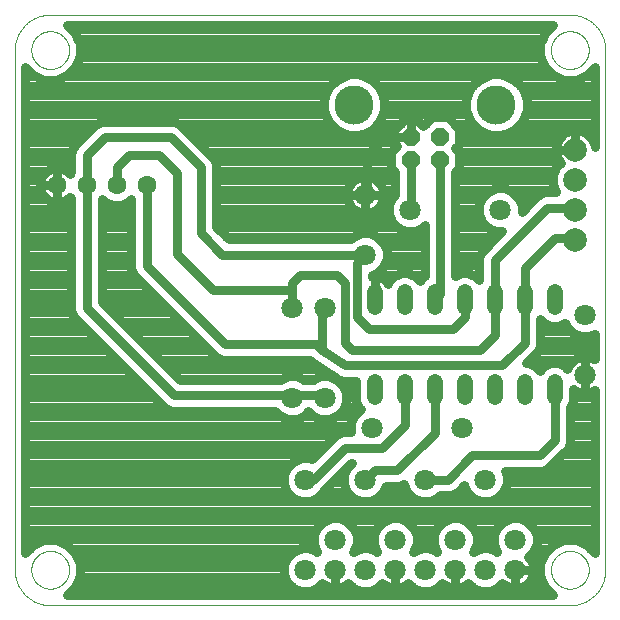
<source format=gbl>
G75*
%MOIN*%
%OFA0B0*%
%FSLAX25Y25*%
%IPPOS*%
%LPD*%
%AMOC8*
5,1,8,0,0,1.08239X$1,22.5*
%
%ADD10C,0.00000*%
%ADD11C,0.07087*%
%ADD12C,0.05200*%
%ADD13OC8,0.05740*%
%ADD14C,0.13055*%
%ADD15C,0.07874*%
%ADD16C,0.06299*%
%ADD17C,0.03150*%
D10*
X0027368Y0017535D02*
X0027368Y0190764D01*
X0032880Y0190764D02*
X0032882Y0190922D01*
X0032888Y0191080D01*
X0032898Y0191238D01*
X0032912Y0191396D01*
X0032930Y0191553D01*
X0032951Y0191710D01*
X0032977Y0191866D01*
X0033007Y0192022D01*
X0033040Y0192177D01*
X0033078Y0192330D01*
X0033119Y0192483D01*
X0033164Y0192635D01*
X0033213Y0192786D01*
X0033266Y0192935D01*
X0033322Y0193083D01*
X0033382Y0193229D01*
X0033446Y0193374D01*
X0033514Y0193517D01*
X0033585Y0193659D01*
X0033659Y0193799D01*
X0033737Y0193936D01*
X0033819Y0194072D01*
X0033903Y0194206D01*
X0033992Y0194337D01*
X0034083Y0194466D01*
X0034178Y0194593D01*
X0034275Y0194718D01*
X0034376Y0194840D01*
X0034480Y0194959D01*
X0034587Y0195076D01*
X0034697Y0195190D01*
X0034810Y0195301D01*
X0034925Y0195410D01*
X0035043Y0195515D01*
X0035164Y0195617D01*
X0035287Y0195717D01*
X0035413Y0195813D01*
X0035541Y0195906D01*
X0035671Y0195996D01*
X0035804Y0196082D01*
X0035939Y0196166D01*
X0036075Y0196245D01*
X0036214Y0196322D01*
X0036355Y0196394D01*
X0036497Y0196464D01*
X0036641Y0196529D01*
X0036787Y0196591D01*
X0036934Y0196649D01*
X0037083Y0196704D01*
X0037233Y0196755D01*
X0037384Y0196802D01*
X0037536Y0196845D01*
X0037689Y0196884D01*
X0037844Y0196920D01*
X0037999Y0196951D01*
X0038155Y0196979D01*
X0038311Y0197003D01*
X0038468Y0197023D01*
X0038626Y0197039D01*
X0038783Y0197051D01*
X0038942Y0197059D01*
X0039100Y0197063D01*
X0039258Y0197063D01*
X0039416Y0197059D01*
X0039575Y0197051D01*
X0039732Y0197039D01*
X0039890Y0197023D01*
X0040047Y0197003D01*
X0040203Y0196979D01*
X0040359Y0196951D01*
X0040514Y0196920D01*
X0040669Y0196884D01*
X0040822Y0196845D01*
X0040974Y0196802D01*
X0041125Y0196755D01*
X0041275Y0196704D01*
X0041424Y0196649D01*
X0041571Y0196591D01*
X0041717Y0196529D01*
X0041861Y0196464D01*
X0042003Y0196394D01*
X0042144Y0196322D01*
X0042283Y0196245D01*
X0042419Y0196166D01*
X0042554Y0196082D01*
X0042687Y0195996D01*
X0042817Y0195906D01*
X0042945Y0195813D01*
X0043071Y0195717D01*
X0043194Y0195617D01*
X0043315Y0195515D01*
X0043433Y0195410D01*
X0043548Y0195301D01*
X0043661Y0195190D01*
X0043771Y0195076D01*
X0043878Y0194959D01*
X0043982Y0194840D01*
X0044083Y0194718D01*
X0044180Y0194593D01*
X0044275Y0194466D01*
X0044366Y0194337D01*
X0044455Y0194206D01*
X0044539Y0194072D01*
X0044621Y0193936D01*
X0044699Y0193799D01*
X0044773Y0193659D01*
X0044844Y0193517D01*
X0044912Y0193374D01*
X0044976Y0193229D01*
X0045036Y0193083D01*
X0045092Y0192935D01*
X0045145Y0192786D01*
X0045194Y0192635D01*
X0045239Y0192483D01*
X0045280Y0192330D01*
X0045318Y0192177D01*
X0045351Y0192022D01*
X0045381Y0191866D01*
X0045407Y0191710D01*
X0045428Y0191553D01*
X0045446Y0191396D01*
X0045460Y0191238D01*
X0045470Y0191080D01*
X0045476Y0190922D01*
X0045478Y0190764D01*
X0045476Y0190606D01*
X0045470Y0190448D01*
X0045460Y0190290D01*
X0045446Y0190132D01*
X0045428Y0189975D01*
X0045407Y0189818D01*
X0045381Y0189662D01*
X0045351Y0189506D01*
X0045318Y0189351D01*
X0045280Y0189198D01*
X0045239Y0189045D01*
X0045194Y0188893D01*
X0045145Y0188742D01*
X0045092Y0188593D01*
X0045036Y0188445D01*
X0044976Y0188299D01*
X0044912Y0188154D01*
X0044844Y0188011D01*
X0044773Y0187869D01*
X0044699Y0187729D01*
X0044621Y0187592D01*
X0044539Y0187456D01*
X0044455Y0187322D01*
X0044366Y0187191D01*
X0044275Y0187062D01*
X0044180Y0186935D01*
X0044083Y0186810D01*
X0043982Y0186688D01*
X0043878Y0186569D01*
X0043771Y0186452D01*
X0043661Y0186338D01*
X0043548Y0186227D01*
X0043433Y0186118D01*
X0043315Y0186013D01*
X0043194Y0185911D01*
X0043071Y0185811D01*
X0042945Y0185715D01*
X0042817Y0185622D01*
X0042687Y0185532D01*
X0042554Y0185446D01*
X0042419Y0185362D01*
X0042283Y0185283D01*
X0042144Y0185206D01*
X0042003Y0185134D01*
X0041861Y0185064D01*
X0041717Y0184999D01*
X0041571Y0184937D01*
X0041424Y0184879D01*
X0041275Y0184824D01*
X0041125Y0184773D01*
X0040974Y0184726D01*
X0040822Y0184683D01*
X0040669Y0184644D01*
X0040514Y0184608D01*
X0040359Y0184577D01*
X0040203Y0184549D01*
X0040047Y0184525D01*
X0039890Y0184505D01*
X0039732Y0184489D01*
X0039575Y0184477D01*
X0039416Y0184469D01*
X0039258Y0184465D01*
X0039100Y0184465D01*
X0038942Y0184469D01*
X0038783Y0184477D01*
X0038626Y0184489D01*
X0038468Y0184505D01*
X0038311Y0184525D01*
X0038155Y0184549D01*
X0037999Y0184577D01*
X0037844Y0184608D01*
X0037689Y0184644D01*
X0037536Y0184683D01*
X0037384Y0184726D01*
X0037233Y0184773D01*
X0037083Y0184824D01*
X0036934Y0184879D01*
X0036787Y0184937D01*
X0036641Y0184999D01*
X0036497Y0185064D01*
X0036355Y0185134D01*
X0036214Y0185206D01*
X0036075Y0185283D01*
X0035939Y0185362D01*
X0035804Y0185446D01*
X0035671Y0185532D01*
X0035541Y0185622D01*
X0035413Y0185715D01*
X0035287Y0185811D01*
X0035164Y0185911D01*
X0035043Y0186013D01*
X0034925Y0186118D01*
X0034810Y0186227D01*
X0034697Y0186338D01*
X0034587Y0186452D01*
X0034480Y0186569D01*
X0034376Y0186688D01*
X0034275Y0186810D01*
X0034178Y0186935D01*
X0034083Y0187062D01*
X0033992Y0187191D01*
X0033903Y0187322D01*
X0033819Y0187456D01*
X0033737Y0187592D01*
X0033659Y0187729D01*
X0033585Y0187869D01*
X0033514Y0188011D01*
X0033446Y0188154D01*
X0033382Y0188299D01*
X0033322Y0188445D01*
X0033266Y0188593D01*
X0033213Y0188742D01*
X0033164Y0188893D01*
X0033119Y0189045D01*
X0033078Y0189198D01*
X0033040Y0189351D01*
X0033007Y0189506D01*
X0032977Y0189662D01*
X0032951Y0189818D01*
X0032930Y0189975D01*
X0032912Y0190132D01*
X0032898Y0190290D01*
X0032888Y0190448D01*
X0032882Y0190606D01*
X0032880Y0190764D01*
X0027368Y0190764D02*
X0027371Y0191049D01*
X0027382Y0191335D01*
X0027399Y0191620D01*
X0027423Y0191904D01*
X0027454Y0192188D01*
X0027492Y0192471D01*
X0027537Y0192752D01*
X0027588Y0193033D01*
X0027646Y0193313D01*
X0027711Y0193591D01*
X0027783Y0193867D01*
X0027861Y0194141D01*
X0027946Y0194414D01*
X0028038Y0194684D01*
X0028136Y0194952D01*
X0028240Y0195218D01*
X0028351Y0195481D01*
X0028468Y0195741D01*
X0028591Y0195999D01*
X0028721Y0196253D01*
X0028857Y0196504D01*
X0028998Y0196752D01*
X0029146Y0196996D01*
X0029299Y0197237D01*
X0029459Y0197473D01*
X0029624Y0197706D01*
X0029794Y0197935D01*
X0029970Y0198160D01*
X0030152Y0198380D01*
X0030338Y0198596D01*
X0030530Y0198807D01*
X0030727Y0199014D01*
X0030929Y0199216D01*
X0031136Y0199413D01*
X0031347Y0199605D01*
X0031563Y0199791D01*
X0031783Y0199973D01*
X0032008Y0200149D01*
X0032237Y0200319D01*
X0032470Y0200484D01*
X0032706Y0200644D01*
X0032947Y0200797D01*
X0033191Y0200945D01*
X0033439Y0201086D01*
X0033690Y0201222D01*
X0033944Y0201352D01*
X0034202Y0201475D01*
X0034462Y0201592D01*
X0034725Y0201703D01*
X0034991Y0201807D01*
X0035259Y0201905D01*
X0035529Y0201997D01*
X0035802Y0202082D01*
X0036076Y0202160D01*
X0036352Y0202232D01*
X0036630Y0202297D01*
X0036910Y0202355D01*
X0037191Y0202406D01*
X0037472Y0202451D01*
X0037755Y0202489D01*
X0038039Y0202520D01*
X0038323Y0202544D01*
X0038608Y0202561D01*
X0038894Y0202572D01*
X0039179Y0202575D01*
X0212407Y0202575D01*
X0206108Y0190764D02*
X0206110Y0190922D01*
X0206116Y0191080D01*
X0206126Y0191238D01*
X0206140Y0191396D01*
X0206158Y0191553D01*
X0206179Y0191710D01*
X0206205Y0191866D01*
X0206235Y0192022D01*
X0206268Y0192177D01*
X0206306Y0192330D01*
X0206347Y0192483D01*
X0206392Y0192635D01*
X0206441Y0192786D01*
X0206494Y0192935D01*
X0206550Y0193083D01*
X0206610Y0193229D01*
X0206674Y0193374D01*
X0206742Y0193517D01*
X0206813Y0193659D01*
X0206887Y0193799D01*
X0206965Y0193936D01*
X0207047Y0194072D01*
X0207131Y0194206D01*
X0207220Y0194337D01*
X0207311Y0194466D01*
X0207406Y0194593D01*
X0207503Y0194718D01*
X0207604Y0194840D01*
X0207708Y0194959D01*
X0207815Y0195076D01*
X0207925Y0195190D01*
X0208038Y0195301D01*
X0208153Y0195410D01*
X0208271Y0195515D01*
X0208392Y0195617D01*
X0208515Y0195717D01*
X0208641Y0195813D01*
X0208769Y0195906D01*
X0208899Y0195996D01*
X0209032Y0196082D01*
X0209167Y0196166D01*
X0209303Y0196245D01*
X0209442Y0196322D01*
X0209583Y0196394D01*
X0209725Y0196464D01*
X0209869Y0196529D01*
X0210015Y0196591D01*
X0210162Y0196649D01*
X0210311Y0196704D01*
X0210461Y0196755D01*
X0210612Y0196802D01*
X0210764Y0196845D01*
X0210917Y0196884D01*
X0211072Y0196920D01*
X0211227Y0196951D01*
X0211383Y0196979D01*
X0211539Y0197003D01*
X0211696Y0197023D01*
X0211854Y0197039D01*
X0212011Y0197051D01*
X0212170Y0197059D01*
X0212328Y0197063D01*
X0212486Y0197063D01*
X0212644Y0197059D01*
X0212803Y0197051D01*
X0212960Y0197039D01*
X0213118Y0197023D01*
X0213275Y0197003D01*
X0213431Y0196979D01*
X0213587Y0196951D01*
X0213742Y0196920D01*
X0213897Y0196884D01*
X0214050Y0196845D01*
X0214202Y0196802D01*
X0214353Y0196755D01*
X0214503Y0196704D01*
X0214652Y0196649D01*
X0214799Y0196591D01*
X0214945Y0196529D01*
X0215089Y0196464D01*
X0215231Y0196394D01*
X0215372Y0196322D01*
X0215511Y0196245D01*
X0215647Y0196166D01*
X0215782Y0196082D01*
X0215915Y0195996D01*
X0216045Y0195906D01*
X0216173Y0195813D01*
X0216299Y0195717D01*
X0216422Y0195617D01*
X0216543Y0195515D01*
X0216661Y0195410D01*
X0216776Y0195301D01*
X0216889Y0195190D01*
X0216999Y0195076D01*
X0217106Y0194959D01*
X0217210Y0194840D01*
X0217311Y0194718D01*
X0217408Y0194593D01*
X0217503Y0194466D01*
X0217594Y0194337D01*
X0217683Y0194206D01*
X0217767Y0194072D01*
X0217849Y0193936D01*
X0217927Y0193799D01*
X0218001Y0193659D01*
X0218072Y0193517D01*
X0218140Y0193374D01*
X0218204Y0193229D01*
X0218264Y0193083D01*
X0218320Y0192935D01*
X0218373Y0192786D01*
X0218422Y0192635D01*
X0218467Y0192483D01*
X0218508Y0192330D01*
X0218546Y0192177D01*
X0218579Y0192022D01*
X0218609Y0191866D01*
X0218635Y0191710D01*
X0218656Y0191553D01*
X0218674Y0191396D01*
X0218688Y0191238D01*
X0218698Y0191080D01*
X0218704Y0190922D01*
X0218706Y0190764D01*
X0218704Y0190606D01*
X0218698Y0190448D01*
X0218688Y0190290D01*
X0218674Y0190132D01*
X0218656Y0189975D01*
X0218635Y0189818D01*
X0218609Y0189662D01*
X0218579Y0189506D01*
X0218546Y0189351D01*
X0218508Y0189198D01*
X0218467Y0189045D01*
X0218422Y0188893D01*
X0218373Y0188742D01*
X0218320Y0188593D01*
X0218264Y0188445D01*
X0218204Y0188299D01*
X0218140Y0188154D01*
X0218072Y0188011D01*
X0218001Y0187869D01*
X0217927Y0187729D01*
X0217849Y0187592D01*
X0217767Y0187456D01*
X0217683Y0187322D01*
X0217594Y0187191D01*
X0217503Y0187062D01*
X0217408Y0186935D01*
X0217311Y0186810D01*
X0217210Y0186688D01*
X0217106Y0186569D01*
X0216999Y0186452D01*
X0216889Y0186338D01*
X0216776Y0186227D01*
X0216661Y0186118D01*
X0216543Y0186013D01*
X0216422Y0185911D01*
X0216299Y0185811D01*
X0216173Y0185715D01*
X0216045Y0185622D01*
X0215915Y0185532D01*
X0215782Y0185446D01*
X0215647Y0185362D01*
X0215511Y0185283D01*
X0215372Y0185206D01*
X0215231Y0185134D01*
X0215089Y0185064D01*
X0214945Y0184999D01*
X0214799Y0184937D01*
X0214652Y0184879D01*
X0214503Y0184824D01*
X0214353Y0184773D01*
X0214202Y0184726D01*
X0214050Y0184683D01*
X0213897Y0184644D01*
X0213742Y0184608D01*
X0213587Y0184577D01*
X0213431Y0184549D01*
X0213275Y0184525D01*
X0213118Y0184505D01*
X0212960Y0184489D01*
X0212803Y0184477D01*
X0212644Y0184469D01*
X0212486Y0184465D01*
X0212328Y0184465D01*
X0212170Y0184469D01*
X0212011Y0184477D01*
X0211854Y0184489D01*
X0211696Y0184505D01*
X0211539Y0184525D01*
X0211383Y0184549D01*
X0211227Y0184577D01*
X0211072Y0184608D01*
X0210917Y0184644D01*
X0210764Y0184683D01*
X0210612Y0184726D01*
X0210461Y0184773D01*
X0210311Y0184824D01*
X0210162Y0184879D01*
X0210015Y0184937D01*
X0209869Y0184999D01*
X0209725Y0185064D01*
X0209583Y0185134D01*
X0209442Y0185206D01*
X0209303Y0185283D01*
X0209167Y0185362D01*
X0209032Y0185446D01*
X0208899Y0185532D01*
X0208769Y0185622D01*
X0208641Y0185715D01*
X0208515Y0185811D01*
X0208392Y0185911D01*
X0208271Y0186013D01*
X0208153Y0186118D01*
X0208038Y0186227D01*
X0207925Y0186338D01*
X0207815Y0186452D01*
X0207708Y0186569D01*
X0207604Y0186688D01*
X0207503Y0186810D01*
X0207406Y0186935D01*
X0207311Y0187062D01*
X0207220Y0187191D01*
X0207131Y0187322D01*
X0207047Y0187456D01*
X0206965Y0187592D01*
X0206887Y0187729D01*
X0206813Y0187869D01*
X0206742Y0188011D01*
X0206674Y0188154D01*
X0206610Y0188299D01*
X0206550Y0188445D01*
X0206494Y0188593D01*
X0206441Y0188742D01*
X0206392Y0188893D01*
X0206347Y0189045D01*
X0206306Y0189198D01*
X0206268Y0189351D01*
X0206235Y0189506D01*
X0206205Y0189662D01*
X0206179Y0189818D01*
X0206158Y0189975D01*
X0206140Y0190132D01*
X0206126Y0190290D01*
X0206116Y0190448D01*
X0206110Y0190606D01*
X0206108Y0190764D01*
X0212407Y0202575D02*
X0212692Y0202572D01*
X0212978Y0202561D01*
X0213263Y0202544D01*
X0213547Y0202520D01*
X0213831Y0202489D01*
X0214114Y0202451D01*
X0214395Y0202406D01*
X0214676Y0202355D01*
X0214956Y0202297D01*
X0215234Y0202232D01*
X0215510Y0202160D01*
X0215784Y0202082D01*
X0216057Y0201997D01*
X0216327Y0201905D01*
X0216595Y0201807D01*
X0216861Y0201703D01*
X0217124Y0201592D01*
X0217384Y0201475D01*
X0217642Y0201352D01*
X0217896Y0201222D01*
X0218147Y0201086D01*
X0218395Y0200945D01*
X0218639Y0200797D01*
X0218880Y0200644D01*
X0219116Y0200484D01*
X0219349Y0200319D01*
X0219578Y0200149D01*
X0219803Y0199973D01*
X0220023Y0199791D01*
X0220239Y0199605D01*
X0220450Y0199413D01*
X0220657Y0199216D01*
X0220859Y0199014D01*
X0221056Y0198807D01*
X0221248Y0198596D01*
X0221434Y0198380D01*
X0221616Y0198160D01*
X0221792Y0197935D01*
X0221962Y0197706D01*
X0222127Y0197473D01*
X0222287Y0197237D01*
X0222440Y0196996D01*
X0222588Y0196752D01*
X0222729Y0196504D01*
X0222865Y0196253D01*
X0222995Y0195999D01*
X0223118Y0195741D01*
X0223235Y0195481D01*
X0223346Y0195218D01*
X0223450Y0194952D01*
X0223548Y0194684D01*
X0223640Y0194414D01*
X0223725Y0194141D01*
X0223803Y0193867D01*
X0223875Y0193591D01*
X0223940Y0193313D01*
X0223998Y0193033D01*
X0224049Y0192752D01*
X0224094Y0192471D01*
X0224132Y0192188D01*
X0224163Y0191904D01*
X0224187Y0191620D01*
X0224204Y0191335D01*
X0224215Y0191049D01*
X0224218Y0190764D01*
X0224219Y0190764D02*
X0224219Y0017535D01*
X0206108Y0017535D02*
X0206110Y0017693D01*
X0206116Y0017851D01*
X0206126Y0018009D01*
X0206140Y0018167D01*
X0206158Y0018324D01*
X0206179Y0018481D01*
X0206205Y0018637D01*
X0206235Y0018793D01*
X0206268Y0018948D01*
X0206306Y0019101D01*
X0206347Y0019254D01*
X0206392Y0019406D01*
X0206441Y0019557D01*
X0206494Y0019706D01*
X0206550Y0019854D01*
X0206610Y0020000D01*
X0206674Y0020145D01*
X0206742Y0020288D01*
X0206813Y0020430D01*
X0206887Y0020570D01*
X0206965Y0020707D01*
X0207047Y0020843D01*
X0207131Y0020977D01*
X0207220Y0021108D01*
X0207311Y0021237D01*
X0207406Y0021364D01*
X0207503Y0021489D01*
X0207604Y0021611D01*
X0207708Y0021730D01*
X0207815Y0021847D01*
X0207925Y0021961D01*
X0208038Y0022072D01*
X0208153Y0022181D01*
X0208271Y0022286D01*
X0208392Y0022388D01*
X0208515Y0022488D01*
X0208641Y0022584D01*
X0208769Y0022677D01*
X0208899Y0022767D01*
X0209032Y0022853D01*
X0209167Y0022937D01*
X0209303Y0023016D01*
X0209442Y0023093D01*
X0209583Y0023165D01*
X0209725Y0023235D01*
X0209869Y0023300D01*
X0210015Y0023362D01*
X0210162Y0023420D01*
X0210311Y0023475D01*
X0210461Y0023526D01*
X0210612Y0023573D01*
X0210764Y0023616D01*
X0210917Y0023655D01*
X0211072Y0023691D01*
X0211227Y0023722D01*
X0211383Y0023750D01*
X0211539Y0023774D01*
X0211696Y0023794D01*
X0211854Y0023810D01*
X0212011Y0023822D01*
X0212170Y0023830D01*
X0212328Y0023834D01*
X0212486Y0023834D01*
X0212644Y0023830D01*
X0212803Y0023822D01*
X0212960Y0023810D01*
X0213118Y0023794D01*
X0213275Y0023774D01*
X0213431Y0023750D01*
X0213587Y0023722D01*
X0213742Y0023691D01*
X0213897Y0023655D01*
X0214050Y0023616D01*
X0214202Y0023573D01*
X0214353Y0023526D01*
X0214503Y0023475D01*
X0214652Y0023420D01*
X0214799Y0023362D01*
X0214945Y0023300D01*
X0215089Y0023235D01*
X0215231Y0023165D01*
X0215372Y0023093D01*
X0215511Y0023016D01*
X0215647Y0022937D01*
X0215782Y0022853D01*
X0215915Y0022767D01*
X0216045Y0022677D01*
X0216173Y0022584D01*
X0216299Y0022488D01*
X0216422Y0022388D01*
X0216543Y0022286D01*
X0216661Y0022181D01*
X0216776Y0022072D01*
X0216889Y0021961D01*
X0216999Y0021847D01*
X0217106Y0021730D01*
X0217210Y0021611D01*
X0217311Y0021489D01*
X0217408Y0021364D01*
X0217503Y0021237D01*
X0217594Y0021108D01*
X0217683Y0020977D01*
X0217767Y0020843D01*
X0217849Y0020707D01*
X0217927Y0020570D01*
X0218001Y0020430D01*
X0218072Y0020288D01*
X0218140Y0020145D01*
X0218204Y0020000D01*
X0218264Y0019854D01*
X0218320Y0019706D01*
X0218373Y0019557D01*
X0218422Y0019406D01*
X0218467Y0019254D01*
X0218508Y0019101D01*
X0218546Y0018948D01*
X0218579Y0018793D01*
X0218609Y0018637D01*
X0218635Y0018481D01*
X0218656Y0018324D01*
X0218674Y0018167D01*
X0218688Y0018009D01*
X0218698Y0017851D01*
X0218704Y0017693D01*
X0218706Y0017535D01*
X0218704Y0017377D01*
X0218698Y0017219D01*
X0218688Y0017061D01*
X0218674Y0016903D01*
X0218656Y0016746D01*
X0218635Y0016589D01*
X0218609Y0016433D01*
X0218579Y0016277D01*
X0218546Y0016122D01*
X0218508Y0015969D01*
X0218467Y0015816D01*
X0218422Y0015664D01*
X0218373Y0015513D01*
X0218320Y0015364D01*
X0218264Y0015216D01*
X0218204Y0015070D01*
X0218140Y0014925D01*
X0218072Y0014782D01*
X0218001Y0014640D01*
X0217927Y0014500D01*
X0217849Y0014363D01*
X0217767Y0014227D01*
X0217683Y0014093D01*
X0217594Y0013962D01*
X0217503Y0013833D01*
X0217408Y0013706D01*
X0217311Y0013581D01*
X0217210Y0013459D01*
X0217106Y0013340D01*
X0216999Y0013223D01*
X0216889Y0013109D01*
X0216776Y0012998D01*
X0216661Y0012889D01*
X0216543Y0012784D01*
X0216422Y0012682D01*
X0216299Y0012582D01*
X0216173Y0012486D01*
X0216045Y0012393D01*
X0215915Y0012303D01*
X0215782Y0012217D01*
X0215647Y0012133D01*
X0215511Y0012054D01*
X0215372Y0011977D01*
X0215231Y0011905D01*
X0215089Y0011835D01*
X0214945Y0011770D01*
X0214799Y0011708D01*
X0214652Y0011650D01*
X0214503Y0011595D01*
X0214353Y0011544D01*
X0214202Y0011497D01*
X0214050Y0011454D01*
X0213897Y0011415D01*
X0213742Y0011379D01*
X0213587Y0011348D01*
X0213431Y0011320D01*
X0213275Y0011296D01*
X0213118Y0011276D01*
X0212960Y0011260D01*
X0212803Y0011248D01*
X0212644Y0011240D01*
X0212486Y0011236D01*
X0212328Y0011236D01*
X0212170Y0011240D01*
X0212011Y0011248D01*
X0211854Y0011260D01*
X0211696Y0011276D01*
X0211539Y0011296D01*
X0211383Y0011320D01*
X0211227Y0011348D01*
X0211072Y0011379D01*
X0210917Y0011415D01*
X0210764Y0011454D01*
X0210612Y0011497D01*
X0210461Y0011544D01*
X0210311Y0011595D01*
X0210162Y0011650D01*
X0210015Y0011708D01*
X0209869Y0011770D01*
X0209725Y0011835D01*
X0209583Y0011905D01*
X0209442Y0011977D01*
X0209303Y0012054D01*
X0209167Y0012133D01*
X0209032Y0012217D01*
X0208899Y0012303D01*
X0208769Y0012393D01*
X0208641Y0012486D01*
X0208515Y0012582D01*
X0208392Y0012682D01*
X0208271Y0012784D01*
X0208153Y0012889D01*
X0208038Y0012998D01*
X0207925Y0013109D01*
X0207815Y0013223D01*
X0207708Y0013340D01*
X0207604Y0013459D01*
X0207503Y0013581D01*
X0207406Y0013706D01*
X0207311Y0013833D01*
X0207220Y0013962D01*
X0207131Y0014093D01*
X0207047Y0014227D01*
X0206965Y0014363D01*
X0206887Y0014500D01*
X0206813Y0014640D01*
X0206742Y0014782D01*
X0206674Y0014925D01*
X0206610Y0015070D01*
X0206550Y0015216D01*
X0206494Y0015364D01*
X0206441Y0015513D01*
X0206392Y0015664D01*
X0206347Y0015816D01*
X0206306Y0015969D01*
X0206268Y0016122D01*
X0206235Y0016277D01*
X0206205Y0016433D01*
X0206179Y0016589D01*
X0206158Y0016746D01*
X0206140Y0016903D01*
X0206126Y0017061D01*
X0206116Y0017219D01*
X0206110Y0017377D01*
X0206108Y0017535D01*
X0212407Y0005724D02*
X0212692Y0005727D01*
X0212978Y0005738D01*
X0213263Y0005755D01*
X0213547Y0005779D01*
X0213831Y0005810D01*
X0214114Y0005848D01*
X0214395Y0005893D01*
X0214676Y0005944D01*
X0214956Y0006002D01*
X0215234Y0006067D01*
X0215510Y0006139D01*
X0215784Y0006217D01*
X0216057Y0006302D01*
X0216327Y0006394D01*
X0216595Y0006492D01*
X0216861Y0006596D01*
X0217124Y0006707D01*
X0217384Y0006824D01*
X0217642Y0006947D01*
X0217896Y0007077D01*
X0218147Y0007213D01*
X0218395Y0007354D01*
X0218639Y0007502D01*
X0218880Y0007655D01*
X0219116Y0007815D01*
X0219349Y0007980D01*
X0219578Y0008150D01*
X0219803Y0008326D01*
X0220023Y0008508D01*
X0220239Y0008694D01*
X0220450Y0008886D01*
X0220657Y0009083D01*
X0220859Y0009285D01*
X0221056Y0009492D01*
X0221248Y0009703D01*
X0221434Y0009919D01*
X0221616Y0010139D01*
X0221792Y0010364D01*
X0221962Y0010593D01*
X0222127Y0010826D01*
X0222287Y0011062D01*
X0222440Y0011303D01*
X0222588Y0011547D01*
X0222729Y0011795D01*
X0222865Y0012046D01*
X0222995Y0012300D01*
X0223118Y0012558D01*
X0223235Y0012818D01*
X0223346Y0013081D01*
X0223450Y0013347D01*
X0223548Y0013615D01*
X0223640Y0013885D01*
X0223725Y0014158D01*
X0223803Y0014432D01*
X0223875Y0014708D01*
X0223940Y0014986D01*
X0223998Y0015266D01*
X0224049Y0015547D01*
X0224094Y0015828D01*
X0224132Y0016111D01*
X0224163Y0016395D01*
X0224187Y0016679D01*
X0224204Y0016964D01*
X0224215Y0017250D01*
X0224218Y0017535D01*
X0212407Y0005724D02*
X0039179Y0005724D01*
X0032880Y0017535D02*
X0032882Y0017693D01*
X0032888Y0017851D01*
X0032898Y0018009D01*
X0032912Y0018167D01*
X0032930Y0018324D01*
X0032951Y0018481D01*
X0032977Y0018637D01*
X0033007Y0018793D01*
X0033040Y0018948D01*
X0033078Y0019101D01*
X0033119Y0019254D01*
X0033164Y0019406D01*
X0033213Y0019557D01*
X0033266Y0019706D01*
X0033322Y0019854D01*
X0033382Y0020000D01*
X0033446Y0020145D01*
X0033514Y0020288D01*
X0033585Y0020430D01*
X0033659Y0020570D01*
X0033737Y0020707D01*
X0033819Y0020843D01*
X0033903Y0020977D01*
X0033992Y0021108D01*
X0034083Y0021237D01*
X0034178Y0021364D01*
X0034275Y0021489D01*
X0034376Y0021611D01*
X0034480Y0021730D01*
X0034587Y0021847D01*
X0034697Y0021961D01*
X0034810Y0022072D01*
X0034925Y0022181D01*
X0035043Y0022286D01*
X0035164Y0022388D01*
X0035287Y0022488D01*
X0035413Y0022584D01*
X0035541Y0022677D01*
X0035671Y0022767D01*
X0035804Y0022853D01*
X0035939Y0022937D01*
X0036075Y0023016D01*
X0036214Y0023093D01*
X0036355Y0023165D01*
X0036497Y0023235D01*
X0036641Y0023300D01*
X0036787Y0023362D01*
X0036934Y0023420D01*
X0037083Y0023475D01*
X0037233Y0023526D01*
X0037384Y0023573D01*
X0037536Y0023616D01*
X0037689Y0023655D01*
X0037844Y0023691D01*
X0037999Y0023722D01*
X0038155Y0023750D01*
X0038311Y0023774D01*
X0038468Y0023794D01*
X0038626Y0023810D01*
X0038783Y0023822D01*
X0038942Y0023830D01*
X0039100Y0023834D01*
X0039258Y0023834D01*
X0039416Y0023830D01*
X0039575Y0023822D01*
X0039732Y0023810D01*
X0039890Y0023794D01*
X0040047Y0023774D01*
X0040203Y0023750D01*
X0040359Y0023722D01*
X0040514Y0023691D01*
X0040669Y0023655D01*
X0040822Y0023616D01*
X0040974Y0023573D01*
X0041125Y0023526D01*
X0041275Y0023475D01*
X0041424Y0023420D01*
X0041571Y0023362D01*
X0041717Y0023300D01*
X0041861Y0023235D01*
X0042003Y0023165D01*
X0042144Y0023093D01*
X0042283Y0023016D01*
X0042419Y0022937D01*
X0042554Y0022853D01*
X0042687Y0022767D01*
X0042817Y0022677D01*
X0042945Y0022584D01*
X0043071Y0022488D01*
X0043194Y0022388D01*
X0043315Y0022286D01*
X0043433Y0022181D01*
X0043548Y0022072D01*
X0043661Y0021961D01*
X0043771Y0021847D01*
X0043878Y0021730D01*
X0043982Y0021611D01*
X0044083Y0021489D01*
X0044180Y0021364D01*
X0044275Y0021237D01*
X0044366Y0021108D01*
X0044455Y0020977D01*
X0044539Y0020843D01*
X0044621Y0020707D01*
X0044699Y0020570D01*
X0044773Y0020430D01*
X0044844Y0020288D01*
X0044912Y0020145D01*
X0044976Y0020000D01*
X0045036Y0019854D01*
X0045092Y0019706D01*
X0045145Y0019557D01*
X0045194Y0019406D01*
X0045239Y0019254D01*
X0045280Y0019101D01*
X0045318Y0018948D01*
X0045351Y0018793D01*
X0045381Y0018637D01*
X0045407Y0018481D01*
X0045428Y0018324D01*
X0045446Y0018167D01*
X0045460Y0018009D01*
X0045470Y0017851D01*
X0045476Y0017693D01*
X0045478Y0017535D01*
X0045476Y0017377D01*
X0045470Y0017219D01*
X0045460Y0017061D01*
X0045446Y0016903D01*
X0045428Y0016746D01*
X0045407Y0016589D01*
X0045381Y0016433D01*
X0045351Y0016277D01*
X0045318Y0016122D01*
X0045280Y0015969D01*
X0045239Y0015816D01*
X0045194Y0015664D01*
X0045145Y0015513D01*
X0045092Y0015364D01*
X0045036Y0015216D01*
X0044976Y0015070D01*
X0044912Y0014925D01*
X0044844Y0014782D01*
X0044773Y0014640D01*
X0044699Y0014500D01*
X0044621Y0014363D01*
X0044539Y0014227D01*
X0044455Y0014093D01*
X0044366Y0013962D01*
X0044275Y0013833D01*
X0044180Y0013706D01*
X0044083Y0013581D01*
X0043982Y0013459D01*
X0043878Y0013340D01*
X0043771Y0013223D01*
X0043661Y0013109D01*
X0043548Y0012998D01*
X0043433Y0012889D01*
X0043315Y0012784D01*
X0043194Y0012682D01*
X0043071Y0012582D01*
X0042945Y0012486D01*
X0042817Y0012393D01*
X0042687Y0012303D01*
X0042554Y0012217D01*
X0042419Y0012133D01*
X0042283Y0012054D01*
X0042144Y0011977D01*
X0042003Y0011905D01*
X0041861Y0011835D01*
X0041717Y0011770D01*
X0041571Y0011708D01*
X0041424Y0011650D01*
X0041275Y0011595D01*
X0041125Y0011544D01*
X0040974Y0011497D01*
X0040822Y0011454D01*
X0040669Y0011415D01*
X0040514Y0011379D01*
X0040359Y0011348D01*
X0040203Y0011320D01*
X0040047Y0011296D01*
X0039890Y0011276D01*
X0039732Y0011260D01*
X0039575Y0011248D01*
X0039416Y0011240D01*
X0039258Y0011236D01*
X0039100Y0011236D01*
X0038942Y0011240D01*
X0038783Y0011248D01*
X0038626Y0011260D01*
X0038468Y0011276D01*
X0038311Y0011296D01*
X0038155Y0011320D01*
X0037999Y0011348D01*
X0037844Y0011379D01*
X0037689Y0011415D01*
X0037536Y0011454D01*
X0037384Y0011497D01*
X0037233Y0011544D01*
X0037083Y0011595D01*
X0036934Y0011650D01*
X0036787Y0011708D01*
X0036641Y0011770D01*
X0036497Y0011835D01*
X0036355Y0011905D01*
X0036214Y0011977D01*
X0036075Y0012054D01*
X0035939Y0012133D01*
X0035804Y0012217D01*
X0035671Y0012303D01*
X0035541Y0012393D01*
X0035413Y0012486D01*
X0035287Y0012582D01*
X0035164Y0012682D01*
X0035043Y0012784D01*
X0034925Y0012889D01*
X0034810Y0012998D01*
X0034697Y0013109D01*
X0034587Y0013223D01*
X0034480Y0013340D01*
X0034376Y0013459D01*
X0034275Y0013581D01*
X0034178Y0013706D01*
X0034083Y0013833D01*
X0033992Y0013962D01*
X0033903Y0014093D01*
X0033819Y0014227D01*
X0033737Y0014363D01*
X0033659Y0014500D01*
X0033585Y0014640D01*
X0033514Y0014782D01*
X0033446Y0014925D01*
X0033382Y0015070D01*
X0033322Y0015216D01*
X0033266Y0015364D01*
X0033213Y0015513D01*
X0033164Y0015664D01*
X0033119Y0015816D01*
X0033078Y0015969D01*
X0033040Y0016122D01*
X0033007Y0016277D01*
X0032977Y0016433D01*
X0032951Y0016589D01*
X0032930Y0016746D01*
X0032912Y0016903D01*
X0032898Y0017061D01*
X0032888Y0017219D01*
X0032882Y0017377D01*
X0032880Y0017535D01*
X0027368Y0017535D02*
X0027371Y0017250D01*
X0027382Y0016964D01*
X0027399Y0016679D01*
X0027423Y0016395D01*
X0027454Y0016111D01*
X0027492Y0015828D01*
X0027537Y0015547D01*
X0027588Y0015266D01*
X0027646Y0014986D01*
X0027711Y0014708D01*
X0027783Y0014432D01*
X0027861Y0014158D01*
X0027946Y0013885D01*
X0028038Y0013615D01*
X0028136Y0013347D01*
X0028240Y0013081D01*
X0028351Y0012818D01*
X0028468Y0012558D01*
X0028591Y0012300D01*
X0028721Y0012046D01*
X0028857Y0011795D01*
X0028998Y0011547D01*
X0029146Y0011303D01*
X0029299Y0011062D01*
X0029459Y0010826D01*
X0029624Y0010593D01*
X0029794Y0010364D01*
X0029970Y0010139D01*
X0030152Y0009919D01*
X0030338Y0009703D01*
X0030530Y0009492D01*
X0030727Y0009285D01*
X0030929Y0009083D01*
X0031136Y0008886D01*
X0031347Y0008694D01*
X0031563Y0008508D01*
X0031783Y0008326D01*
X0032008Y0008150D01*
X0032237Y0007980D01*
X0032470Y0007815D01*
X0032706Y0007655D01*
X0032947Y0007502D01*
X0033191Y0007354D01*
X0033439Y0007213D01*
X0033690Y0007077D01*
X0033944Y0006947D01*
X0034202Y0006824D01*
X0034462Y0006707D01*
X0034725Y0006596D01*
X0034991Y0006492D01*
X0035259Y0006394D01*
X0035529Y0006302D01*
X0035802Y0006217D01*
X0036076Y0006139D01*
X0036352Y0006067D01*
X0036630Y0006002D01*
X0036910Y0005944D01*
X0037191Y0005893D01*
X0037472Y0005848D01*
X0037755Y0005810D01*
X0038039Y0005779D01*
X0038323Y0005755D01*
X0038608Y0005738D01*
X0038894Y0005727D01*
X0039179Y0005724D01*
D11*
X0119868Y0074937D03*
X0130656Y0074937D03*
X0146581Y0064937D03*
X0144219Y0047575D03*
X0164219Y0047575D03*
X0176581Y0064937D03*
X0184219Y0047575D03*
X0194219Y0027575D03*
X0194219Y0017575D03*
X0184219Y0017575D03*
X0174219Y0017575D03*
X0174219Y0027575D03*
X0164219Y0017575D03*
X0154219Y0017575D03*
X0154219Y0027575D03*
X0144219Y0017575D03*
X0134219Y0017575D03*
X0134219Y0027575D03*
X0124219Y0017575D03*
X0124219Y0047575D03*
X0119868Y0104937D03*
X0130656Y0104937D03*
X0144219Y0122575D03*
X0159219Y0137575D03*
X0144219Y0142575D03*
X0189219Y0137575D03*
X0217368Y0102575D03*
X0217368Y0082575D03*
D12*
X0207368Y0080175D02*
X0207368Y0074975D01*
X0197368Y0074975D02*
X0197368Y0080175D01*
X0187368Y0080175D02*
X0187368Y0074975D01*
X0177368Y0074975D02*
X0177368Y0080175D01*
X0167368Y0080175D02*
X0167368Y0074975D01*
X0157368Y0074975D02*
X0157368Y0080175D01*
X0147368Y0080175D02*
X0147368Y0074975D01*
X0147368Y0104975D02*
X0147368Y0110175D01*
X0157368Y0110175D02*
X0157368Y0104975D01*
X0167368Y0104975D02*
X0167368Y0110175D01*
X0177368Y0110175D02*
X0177368Y0104975D01*
X0187368Y0104975D02*
X0187368Y0110175D01*
X0197368Y0110175D02*
X0197368Y0104975D01*
X0207368Y0104975D02*
X0207368Y0110175D01*
D13*
X0169140Y0154031D03*
X0169140Y0161906D03*
X0159297Y0161906D03*
X0159297Y0154031D03*
D14*
X0140518Y0172575D03*
X0187919Y0172575D03*
D15*
X0214219Y0157575D03*
X0214219Y0147575D03*
X0214219Y0137575D03*
X0214219Y0127575D03*
D16*
X0071368Y0145724D03*
X0061368Y0145724D03*
X0051368Y0145724D03*
X0041368Y0145724D03*
D17*
X0041368Y0145724D01*
X0041368Y0140000D01*
X0040918Y0140000D01*
X0040028Y0140141D01*
X0039171Y0140419D01*
X0038368Y0140828D01*
X0037639Y0141358D01*
X0037002Y0141995D01*
X0036472Y0142724D01*
X0036063Y0143527D01*
X0035785Y0144384D01*
X0035644Y0145274D01*
X0035644Y0145724D01*
X0041368Y0145724D01*
X0041368Y0140000D01*
X0041819Y0140000D01*
X0042709Y0140141D01*
X0043566Y0140419D01*
X0044368Y0140828D01*
X0045097Y0141358D01*
X0045688Y0141949D01*
X0045694Y0141933D01*
X0046250Y0141377D01*
X0046250Y0103706D01*
X0047029Y0101825D01*
X0076029Y0072825D01*
X0077469Y0071385D01*
X0079350Y0070606D01*
X0114177Y0070606D01*
X0115854Y0068929D01*
X0118458Y0067850D01*
X0121278Y0067850D01*
X0123882Y0068929D01*
X0125262Y0070309D01*
X0126641Y0068929D01*
X0129246Y0067850D01*
X0132065Y0067850D01*
X0134670Y0068929D01*
X0136663Y0070923D01*
X0137742Y0073527D01*
X0137742Y0076347D01*
X0136663Y0078951D01*
X0134670Y0080945D01*
X0132065Y0082024D01*
X0129246Y0082024D01*
X0126641Y0080945D01*
X0126539Y0080843D01*
X0123985Y0080843D01*
X0123882Y0080945D01*
X0121278Y0082024D01*
X0118458Y0082024D01*
X0115854Y0080945D01*
X0115752Y0080843D01*
X0082488Y0080843D01*
X0056486Y0106844D01*
X0056486Y0141141D01*
X0057577Y0140050D01*
X0060037Y0139031D01*
X0062699Y0139031D01*
X0065159Y0140050D01*
X0066250Y0141141D01*
X0066250Y0117706D01*
X0067029Y0115825D01*
X0093029Y0089825D01*
X0094469Y0088385D01*
X0096350Y0087606D01*
X0125748Y0087606D01*
X0125895Y0087460D01*
X0126182Y0087031D01*
X0126607Y0086747D01*
X0126969Y0086385D01*
X0127446Y0086188D01*
X0134107Y0081747D01*
X0134469Y0081385D01*
X0134946Y0081188D01*
X0135376Y0080901D01*
X0135878Y0080802D01*
X0136350Y0080606D01*
X0136867Y0080606D01*
X0137374Y0080506D01*
X0137875Y0080606D01*
X0141225Y0080606D01*
X0141225Y0073753D01*
X0142160Y0071495D01*
X0142668Y0070987D01*
X0142566Y0070945D01*
X0140573Y0068951D01*
X0139494Y0066347D01*
X0139494Y0063527D01*
X0139571Y0063343D01*
X0136350Y0063343D01*
X0134469Y0062563D01*
X0133029Y0061124D01*
X0126292Y0054386D01*
X0125628Y0054661D01*
X0122809Y0054661D01*
X0120204Y0053583D01*
X0118211Y0051589D01*
X0117132Y0048984D01*
X0117132Y0046165D01*
X0118211Y0043561D01*
X0120204Y0041567D01*
X0122809Y0040488D01*
X0125628Y0040488D01*
X0128233Y0041567D01*
X0130226Y0043561D01*
X0130427Y0044045D01*
X0139488Y0053106D01*
X0139728Y0053106D01*
X0138211Y0051589D01*
X0137132Y0048984D01*
X0137132Y0046165D01*
X0138211Y0043561D01*
X0140204Y0041567D01*
X0142809Y0040488D01*
X0145628Y0040488D01*
X0148233Y0041567D01*
X0150226Y0043561D01*
X0151074Y0045606D01*
X0155886Y0045606D01*
X0157147Y0046129D01*
X0158211Y0043561D01*
X0160204Y0041567D01*
X0162809Y0040488D01*
X0165628Y0040488D01*
X0168233Y0041567D01*
X0169122Y0042457D01*
X0172737Y0042457D01*
X0174618Y0043236D01*
X0177253Y0045872D01*
X0178211Y0043561D01*
X0180204Y0041567D01*
X0182809Y0040488D01*
X0185628Y0040488D01*
X0188233Y0041567D01*
X0190226Y0043561D01*
X0191305Y0046165D01*
X0191305Y0048984D01*
X0190633Y0050606D01*
X0203386Y0050606D01*
X0205267Y0051385D01*
X0210267Y0056385D01*
X0211707Y0057825D01*
X0212486Y0059706D01*
X0212486Y0071405D01*
X0212576Y0071495D01*
X0213511Y0073753D01*
X0213511Y0077814D01*
X0214162Y0077342D01*
X0215020Y0076905D01*
X0215935Y0076607D01*
X0216887Y0076457D01*
X0217368Y0076457D01*
X0217368Y0082575D01*
X0217368Y0088693D01*
X0216887Y0088693D01*
X0215935Y0088542D01*
X0215020Y0088245D01*
X0214162Y0087807D01*
X0213382Y0087241D01*
X0212701Y0086560D01*
X0212135Y0085781D01*
X0211698Y0084923D01*
X0211602Y0084628D01*
X0210848Y0085383D01*
X0208590Y0086318D01*
X0206146Y0086318D01*
X0203888Y0085383D01*
X0202368Y0083863D01*
X0200848Y0085383D01*
X0198590Y0086318D01*
X0197700Y0086318D01*
X0201707Y0090325D01*
X0202486Y0092206D01*
X0202486Y0094242D01*
X0202486Y0101169D01*
X0203888Y0099767D01*
X0206146Y0098831D01*
X0208590Y0098831D01*
X0210848Y0099767D01*
X0210857Y0099776D01*
X0211360Y0098561D01*
X0213354Y0096567D01*
X0215958Y0095488D01*
X0218778Y0095488D01*
X0220675Y0096274D01*
X0220675Y0087734D01*
X0220575Y0087807D01*
X0219717Y0088245D01*
X0218801Y0088542D01*
X0217850Y0088693D01*
X0217368Y0088693D01*
X0217368Y0082575D01*
X0217368Y0082575D01*
X0217368Y0082575D01*
X0217368Y0076457D01*
X0217850Y0076457D01*
X0218801Y0076607D01*
X0219717Y0076905D01*
X0220575Y0077342D01*
X0220675Y0077415D01*
X0220675Y0023187D01*
X0217983Y0025880D01*
X0214365Y0027378D01*
X0210450Y0027378D01*
X0206832Y0025880D01*
X0204063Y0023111D01*
X0202565Y0019493D01*
X0202565Y0015578D01*
X0204063Y0011960D01*
X0206756Y0009268D01*
X0044831Y0009268D01*
X0047523Y0011960D01*
X0049022Y0015578D01*
X0049022Y0019493D01*
X0047523Y0023111D01*
X0044754Y0025880D01*
X0041137Y0027378D01*
X0037221Y0027378D01*
X0033604Y0025880D01*
X0030911Y0023187D01*
X0030911Y0185112D01*
X0033604Y0182420D01*
X0037221Y0180921D01*
X0041137Y0180921D01*
X0044754Y0182420D01*
X0047523Y0185188D01*
X0049022Y0188806D01*
X0049022Y0192722D01*
X0047523Y0196339D01*
X0044831Y0199031D01*
X0206756Y0199031D01*
X0204063Y0196339D01*
X0202565Y0192722D01*
X0202565Y0188806D01*
X0204063Y0185188D01*
X0206832Y0182420D01*
X0210450Y0180921D01*
X0214365Y0180921D01*
X0217983Y0182420D01*
X0220675Y0185112D01*
X0220675Y0158420D01*
X0220619Y0158848D01*
X0220398Y0159672D01*
X0220071Y0160461D01*
X0219644Y0161200D01*
X0219125Y0161878D01*
X0218521Y0162481D01*
X0217844Y0163001D01*
X0217105Y0163428D01*
X0216316Y0163754D01*
X0215492Y0163975D01*
X0214645Y0164087D01*
X0214219Y0164087D01*
X0214219Y0157575D01*
X0214218Y0157575D01*
X0214218Y0157575D01*
X0207707Y0157575D01*
X0207707Y0158002D01*
X0207818Y0158848D01*
X0208039Y0159672D01*
X0208366Y0160461D01*
X0208793Y0161200D01*
X0209312Y0161878D01*
X0209916Y0162481D01*
X0210593Y0163001D01*
X0211332Y0163428D01*
X0212121Y0163754D01*
X0212945Y0163975D01*
X0213792Y0164087D01*
X0214218Y0164087D01*
X0214218Y0157575D01*
X0207707Y0157575D01*
X0207707Y0157148D01*
X0207818Y0156302D01*
X0208039Y0155477D01*
X0208366Y0154689D01*
X0208793Y0153949D01*
X0209312Y0153272D01*
X0209325Y0153260D01*
X0207877Y0151812D01*
X0206738Y0149063D01*
X0206738Y0146087D01*
X0207875Y0143343D01*
X0203850Y0143343D01*
X0201969Y0142563D01*
X0200529Y0141124D01*
X0196305Y0136899D01*
X0196305Y0138984D01*
X0195226Y0141589D01*
X0193233Y0143583D01*
X0190628Y0144661D01*
X0187809Y0144661D01*
X0185204Y0143583D01*
X0183211Y0141589D01*
X0182132Y0138984D01*
X0182132Y0136165D01*
X0183211Y0133561D01*
X0185204Y0131567D01*
X0187809Y0130488D01*
X0189894Y0130488D01*
X0183029Y0123624D01*
X0182250Y0121742D01*
X0182250Y0113981D01*
X0180848Y0115383D01*
X0178590Y0116318D01*
X0176146Y0116318D01*
X0174258Y0115536D01*
X0174258Y0150080D01*
X0175553Y0151375D01*
X0175553Y0156688D01*
X0174273Y0157968D01*
X0175553Y0159249D01*
X0175553Y0164562D01*
X0171796Y0168319D01*
X0166483Y0168319D01*
X0163534Y0165369D01*
X0161553Y0167350D01*
X0159297Y0167350D01*
X0157042Y0167350D01*
X0153852Y0164161D01*
X0153852Y0161906D01*
X0159297Y0161906D01*
X0159297Y0167350D01*
X0159297Y0161906D01*
X0159297Y0161906D01*
X0159297Y0161905D01*
X0153852Y0161905D01*
X0153852Y0159650D01*
X0154849Y0158653D01*
X0152884Y0156688D01*
X0152884Y0151375D01*
X0154179Y0150080D01*
X0154179Y0142557D01*
X0153211Y0141589D01*
X0152132Y0138984D01*
X0152132Y0136165D01*
X0153211Y0133561D01*
X0155204Y0131567D01*
X0157809Y0130488D01*
X0160628Y0130488D01*
X0163233Y0131567D01*
X0164022Y0132356D01*
X0164022Y0115438D01*
X0163888Y0115383D01*
X0162368Y0113863D01*
X0160848Y0115383D01*
X0158590Y0116318D01*
X0156146Y0116318D01*
X0153888Y0115383D01*
X0152160Y0113655D01*
X0151821Y0112835D01*
X0151794Y0112887D01*
X0151315Y0113546D01*
X0150739Y0114122D01*
X0150080Y0114601D01*
X0149355Y0114970D01*
X0148580Y0115222D01*
X0147775Y0115350D01*
X0147368Y0115350D01*
X0146961Y0115350D01*
X0146486Y0115274D01*
X0146486Y0115844D01*
X0148233Y0116567D01*
X0150226Y0118561D01*
X0151305Y0121165D01*
X0151305Y0123984D01*
X0150226Y0126589D01*
X0148233Y0128583D01*
X0145628Y0129661D01*
X0142809Y0129661D01*
X0140204Y0128583D01*
X0139315Y0127693D01*
X0098638Y0127693D01*
X0094486Y0131844D01*
X0094486Y0152742D01*
X0093707Y0154624D01*
X0083707Y0164624D01*
X0082267Y0166063D01*
X0080386Y0166843D01*
X0056350Y0166843D01*
X0054469Y0166063D01*
X0048469Y0160063D01*
X0047029Y0158624D01*
X0046250Y0156742D01*
X0046250Y0150072D01*
X0045694Y0149516D01*
X0045688Y0149500D01*
X0045097Y0150091D01*
X0044368Y0150620D01*
X0043566Y0151029D01*
X0042709Y0151308D01*
X0041819Y0151449D01*
X0041368Y0151449D01*
X0040918Y0151449D01*
X0040028Y0151308D01*
X0039171Y0151029D01*
X0038368Y0150620D01*
X0037639Y0150091D01*
X0037002Y0149454D01*
X0036472Y0148725D01*
X0036063Y0147922D01*
X0035785Y0147065D01*
X0035644Y0146175D01*
X0035644Y0145724D01*
X0041368Y0145724D01*
X0041368Y0145724D01*
X0041368Y0145725D02*
X0041368Y0151449D01*
X0041368Y0145725D01*
X0041368Y0145725D01*
X0041368Y0144242D02*
X0041368Y0144242D01*
X0041368Y0147390D02*
X0041368Y0147390D01*
X0041368Y0150538D02*
X0041368Y0150538D01*
X0038254Y0150538D02*
X0030911Y0150538D01*
X0030911Y0153686D02*
X0046250Y0153686D01*
X0046250Y0150538D02*
X0044482Y0150538D01*
X0046288Y0156834D02*
X0030911Y0156834D01*
X0030911Y0159982D02*
X0048388Y0159982D01*
X0051536Y0163130D02*
X0030911Y0163130D01*
X0030911Y0166278D02*
X0054988Y0166278D01*
X0057368Y0161724D02*
X0051368Y0155724D01*
X0051368Y0145724D01*
X0051368Y0104724D01*
X0080368Y0075724D01*
X0119081Y0075724D01*
X0129868Y0075724D01*
X0130656Y0074937D01*
X0133862Y0081279D02*
X0134725Y0081279D01*
X0137003Y0078131D02*
X0141225Y0078131D01*
X0141225Y0074983D02*
X0137742Y0074983D01*
X0137041Y0071835D02*
X0142019Y0071835D01*
X0140463Y0068687D02*
X0134084Y0068687D01*
X0139494Y0065539D02*
X0030911Y0065539D01*
X0030911Y0062391D02*
X0134296Y0062391D01*
X0131148Y0059242D02*
X0030911Y0059242D01*
X0030911Y0056094D02*
X0128000Y0056094D01*
X0136180Y0049798D02*
X0137469Y0049798D01*
X0139328Y0052946D02*
X0139568Y0052946D01*
X0144219Y0047575D02*
X0147368Y0050724D01*
X0154868Y0050724D01*
X0167368Y0063224D01*
X0167368Y0077575D01*
X0157368Y0077575D02*
X0157368Y0065724D01*
X0149868Y0058224D01*
X0137368Y0058224D01*
X0126719Y0047575D01*
X0124219Y0047575D01*
X0119568Y0052946D02*
X0030911Y0052946D01*
X0030911Y0049798D02*
X0117469Y0049798D01*
X0117132Y0046650D02*
X0030911Y0046650D01*
X0030911Y0043502D02*
X0118270Y0043502D01*
X0130167Y0043502D02*
X0138270Y0043502D01*
X0137132Y0046650D02*
X0133032Y0046650D01*
X0132809Y0034661D02*
X0130204Y0033583D01*
X0128211Y0031589D01*
X0127132Y0028984D01*
X0127132Y0026165D01*
X0128195Y0023598D01*
X0125628Y0024661D01*
X0122809Y0024661D01*
X0120204Y0023583D01*
X0118211Y0021589D01*
X0117132Y0018984D01*
X0117132Y0016165D01*
X0118211Y0013561D01*
X0120204Y0011567D01*
X0122809Y0010488D01*
X0125628Y0010488D01*
X0128233Y0011567D01*
X0129903Y0013238D01*
X0130233Y0012908D01*
X0131012Y0012342D01*
X0131870Y0011905D01*
X0132786Y0011607D01*
X0133737Y0011457D01*
X0134218Y0011457D01*
X0134218Y0017575D01*
X0134219Y0017575D01*
X0134219Y0011457D01*
X0134700Y0011457D01*
X0135651Y0011607D01*
X0136567Y0011905D01*
X0137425Y0012342D01*
X0138204Y0012908D01*
X0138534Y0013238D01*
X0140204Y0011567D01*
X0142809Y0010488D01*
X0145628Y0010488D01*
X0148233Y0011567D01*
X0149903Y0013238D01*
X0150233Y0012908D01*
X0151012Y0012342D01*
X0151870Y0011905D01*
X0152786Y0011607D01*
X0153737Y0011457D01*
X0154218Y0011457D01*
X0154218Y0017575D01*
X0154219Y0017575D01*
X0154219Y0011457D01*
X0154700Y0011457D01*
X0155651Y0011607D01*
X0156567Y0011905D01*
X0157425Y0012342D01*
X0158204Y0012908D01*
X0158534Y0013238D01*
X0160204Y0011567D01*
X0162809Y0010488D01*
X0165628Y0010488D01*
X0168233Y0011567D01*
X0169903Y0013238D01*
X0170233Y0012908D01*
X0171012Y0012342D01*
X0171870Y0011905D01*
X0172786Y0011607D01*
X0173737Y0011457D01*
X0174218Y0011457D01*
X0174218Y0017575D01*
X0174219Y0017575D01*
X0174219Y0011457D01*
X0174700Y0011457D01*
X0175651Y0011607D01*
X0176567Y0011905D01*
X0177425Y0012342D01*
X0178204Y0012908D01*
X0178534Y0013238D01*
X0180204Y0011567D01*
X0182809Y0010488D01*
X0185628Y0010488D01*
X0188233Y0011567D01*
X0189903Y0013238D01*
X0190233Y0012908D01*
X0191012Y0012342D01*
X0191870Y0011905D01*
X0192786Y0011607D01*
X0193737Y0011457D01*
X0194218Y0011457D01*
X0194218Y0017575D01*
X0194219Y0017575D01*
X0200337Y0017575D01*
X0200337Y0018056D01*
X0200186Y0019007D01*
X0199888Y0019923D01*
X0199451Y0020781D01*
X0198885Y0021560D01*
X0198556Y0021890D01*
X0200226Y0023561D01*
X0201305Y0026165D01*
X0201305Y0028984D01*
X0200226Y0031589D01*
X0198233Y0033583D01*
X0195628Y0034661D01*
X0192809Y0034661D01*
X0190204Y0033583D01*
X0188211Y0031589D01*
X0187132Y0028984D01*
X0187132Y0026165D01*
X0188195Y0023598D01*
X0185628Y0024661D01*
X0182809Y0024661D01*
X0180242Y0023598D01*
X0181305Y0026165D01*
X0181305Y0028984D01*
X0180226Y0031589D01*
X0178233Y0033583D01*
X0175628Y0034661D01*
X0172809Y0034661D01*
X0170204Y0033583D01*
X0168211Y0031589D01*
X0167132Y0028984D01*
X0167132Y0026165D01*
X0168195Y0023598D01*
X0165628Y0024661D01*
X0162809Y0024661D01*
X0160242Y0023598D01*
X0161305Y0026165D01*
X0161305Y0028984D01*
X0160226Y0031589D01*
X0158233Y0033583D01*
X0155628Y0034661D01*
X0152809Y0034661D01*
X0150204Y0033583D01*
X0148211Y0031589D01*
X0147132Y0028984D01*
X0147132Y0026165D01*
X0148195Y0023598D01*
X0145628Y0024661D01*
X0142809Y0024661D01*
X0140242Y0023598D01*
X0141305Y0026165D01*
X0141305Y0028984D01*
X0140226Y0031589D01*
X0138233Y0033583D01*
X0135628Y0034661D01*
X0132809Y0034661D01*
X0131351Y0034057D02*
X0030911Y0034057D01*
X0030911Y0030909D02*
X0127929Y0030909D01*
X0127132Y0027761D02*
X0030911Y0027761D01*
X0030911Y0024613D02*
X0032337Y0024613D01*
X0030911Y0037206D02*
X0220675Y0037206D01*
X0220675Y0040354D02*
X0030911Y0040354D01*
X0046021Y0024613D02*
X0122692Y0024613D01*
X0125745Y0024613D02*
X0127775Y0024613D01*
X0134218Y0015169D02*
X0134219Y0015169D01*
X0134218Y0012021D02*
X0134219Y0012021D01*
X0131643Y0012021D02*
X0128686Y0012021D01*
X0136794Y0012021D02*
X0139751Y0012021D01*
X0148686Y0012021D02*
X0151643Y0012021D01*
X0154218Y0012021D02*
X0154219Y0012021D01*
X0156794Y0012021D02*
X0159751Y0012021D01*
X0154219Y0015169D02*
X0154218Y0015169D01*
X0147775Y0024613D02*
X0145745Y0024613D01*
X0142692Y0024613D02*
X0140662Y0024613D01*
X0141305Y0027761D02*
X0147132Y0027761D01*
X0147929Y0030909D02*
X0140508Y0030909D01*
X0137086Y0034057D02*
X0151351Y0034057D01*
X0157086Y0034057D02*
X0171351Y0034057D01*
X0167929Y0030909D02*
X0160508Y0030909D01*
X0161305Y0027761D02*
X0167132Y0027761D01*
X0167775Y0024613D02*
X0165745Y0024613D01*
X0162692Y0024613D02*
X0160662Y0024613D01*
X0168686Y0012021D02*
X0171643Y0012021D01*
X0174218Y0012021D02*
X0174219Y0012021D01*
X0176794Y0012021D02*
X0179751Y0012021D01*
X0174219Y0015169D02*
X0174218Y0015169D01*
X0180662Y0024613D02*
X0182692Y0024613D01*
X0181305Y0027761D02*
X0187132Y0027761D01*
X0187775Y0024613D02*
X0185745Y0024613D01*
X0187929Y0030909D02*
X0180508Y0030909D01*
X0177086Y0034057D02*
X0191351Y0034057D01*
X0197086Y0034057D02*
X0220675Y0034057D01*
X0220675Y0030909D02*
X0200508Y0030909D01*
X0201305Y0027761D02*
X0220675Y0027761D01*
X0220675Y0024613D02*
X0219249Y0024613D01*
X0205566Y0024613D02*
X0200662Y0024613D01*
X0198955Y0021465D02*
X0203382Y0021465D01*
X0202565Y0018317D02*
X0200295Y0018317D01*
X0200337Y0017575D02*
X0194219Y0017575D01*
X0194219Y0017575D01*
X0194219Y0011457D01*
X0194700Y0011457D01*
X0195651Y0011607D01*
X0196567Y0011905D01*
X0197425Y0012342D01*
X0198204Y0012908D01*
X0198885Y0013589D01*
X0199451Y0014368D01*
X0199888Y0015226D01*
X0200186Y0016142D01*
X0200337Y0017093D01*
X0200337Y0017575D01*
X0199859Y0015169D02*
X0202734Y0015169D01*
X0204038Y0012021D02*
X0196794Y0012021D01*
X0194219Y0012021D02*
X0194218Y0012021D01*
X0191643Y0012021D02*
X0188686Y0012021D01*
X0194218Y0015169D02*
X0194219Y0015169D01*
X0190167Y0043502D02*
X0220675Y0043502D01*
X0220675Y0046650D02*
X0191305Y0046650D01*
X0190968Y0049798D02*
X0220675Y0049798D01*
X0220675Y0052946D02*
X0206828Y0052946D01*
X0209976Y0056094D02*
X0220675Y0056094D01*
X0220675Y0059242D02*
X0212294Y0059242D01*
X0212486Y0062391D02*
X0220675Y0062391D01*
X0220675Y0065539D02*
X0212486Y0065539D01*
X0212486Y0068687D02*
X0220675Y0068687D01*
X0220675Y0071835D02*
X0212717Y0071835D01*
X0213511Y0074983D02*
X0220675Y0074983D01*
X0217368Y0078131D02*
X0217368Y0078131D01*
X0217368Y0081279D02*
X0217368Y0081279D01*
X0217368Y0084427D02*
X0217368Y0084427D01*
X0217368Y0087575D02*
X0217368Y0087575D01*
X0213842Y0087575D02*
X0198957Y0087575D01*
X0201803Y0084427D02*
X0202933Y0084427D01*
X0201872Y0090724D02*
X0220675Y0090724D01*
X0220675Y0093872D02*
X0202486Y0093872D01*
X0202486Y0097020D02*
X0212901Y0097020D01*
X0203487Y0100168D02*
X0202486Y0100168D01*
X0197368Y0093224D02*
X0189868Y0085724D01*
X0137368Y0085724D01*
X0129868Y0090724D01*
X0127868Y0092724D01*
X0097368Y0092724D01*
X0071368Y0118724D01*
X0071368Y0145724D01*
X0066250Y0141093D02*
X0066202Y0141093D01*
X0066250Y0137945D02*
X0056486Y0137945D01*
X0056486Y0141093D02*
X0056534Y0141093D01*
X0056486Y0134797D02*
X0066250Y0134797D01*
X0066250Y0131649D02*
X0056486Y0131649D01*
X0056486Y0128501D02*
X0066250Y0128501D01*
X0066250Y0125353D02*
X0056486Y0125353D01*
X0056486Y0122205D02*
X0066250Y0122205D01*
X0066250Y0119057D02*
X0056486Y0119057D01*
X0056486Y0115909D02*
X0066995Y0115909D01*
X0070094Y0112760D02*
X0056486Y0112760D01*
X0056486Y0109612D02*
X0073242Y0109612D01*
X0076390Y0106464D02*
X0056866Y0106464D01*
X0060015Y0103316D02*
X0079538Y0103316D01*
X0082686Y0100168D02*
X0063163Y0100168D01*
X0066311Y0097020D02*
X0085835Y0097020D01*
X0088983Y0093872D02*
X0069459Y0093872D01*
X0072607Y0090724D02*
X0092131Y0090724D01*
X0082051Y0081279D02*
X0116661Y0081279D01*
X0119081Y0075724D02*
X0119868Y0074937D01*
X0123075Y0081279D02*
X0127449Y0081279D01*
X0130087Y0084427D02*
X0078903Y0084427D01*
X0075755Y0087575D02*
X0125779Y0087575D01*
X0129868Y0090724D02*
X0129868Y0104150D01*
X0130656Y0104937D01*
X0137368Y0113224D02*
X0134868Y0115724D01*
X0122368Y0115724D01*
X0119868Y0113224D01*
X0119868Y0110724D01*
X0093368Y0110724D01*
X0081368Y0122724D01*
X0081368Y0149724D01*
X0075368Y0155724D01*
X0065368Y0155724D01*
X0061368Y0151724D01*
X0061368Y0145724D01*
X0046250Y0141093D02*
X0044733Y0141093D01*
X0046250Y0137945D02*
X0030911Y0137945D01*
X0030911Y0141093D02*
X0038003Y0141093D01*
X0041368Y0141093D02*
X0041368Y0141093D01*
X0035831Y0144242D02*
X0030911Y0144242D01*
X0030911Y0147390D02*
X0035890Y0147390D01*
X0030911Y0134797D02*
X0046250Y0134797D01*
X0046250Y0131649D02*
X0030911Y0131649D01*
X0030911Y0128501D02*
X0046250Y0128501D01*
X0046250Y0125353D02*
X0030911Y0125353D01*
X0030911Y0122205D02*
X0046250Y0122205D01*
X0046250Y0119057D02*
X0030911Y0119057D01*
X0030911Y0115909D02*
X0046250Y0115909D01*
X0046250Y0112760D02*
X0030911Y0112760D01*
X0030911Y0109612D02*
X0046250Y0109612D01*
X0046250Y0106464D02*
X0030911Y0106464D01*
X0030911Y0103316D02*
X0046412Y0103316D01*
X0048686Y0100168D02*
X0030911Y0100168D01*
X0030911Y0097020D02*
X0051835Y0097020D01*
X0054983Y0093872D02*
X0030911Y0093872D01*
X0030911Y0090724D02*
X0058131Y0090724D01*
X0061279Y0087575D02*
X0030911Y0087575D01*
X0030911Y0084427D02*
X0064427Y0084427D01*
X0067575Y0081279D02*
X0030911Y0081279D01*
X0030911Y0078131D02*
X0070723Y0078131D01*
X0073871Y0074983D02*
X0030911Y0074983D01*
X0030911Y0071835D02*
X0077020Y0071835D01*
X0116439Y0068687D02*
X0030911Y0068687D01*
X0048205Y0021465D02*
X0118159Y0021465D01*
X0117132Y0018317D02*
X0049022Y0018317D01*
X0048852Y0015169D02*
X0117545Y0015169D01*
X0119751Y0012021D02*
X0047548Y0012021D01*
X0123297Y0068687D02*
X0127227Y0068687D01*
X0139868Y0090724D02*
X0137368Y0093224D01*
X0137368Y0113224D01*
X0141368Y0119724D02*
X0144219Y0122575D01*
X0096518Y0122575D01*
X0089368Y0129724D01*
X0089368Y0151724D01*
X0079368Y0161724D01*
X0057368Y0161724D01*
X0043787Y0182019D02*
X0136853Y0182019D01*
X0136630Y0181959D02*
X0134334Y0180633D01*
X0132459Y0178758D01*
X0131133Y0176462D01*
X0130447Y0173901D01*
X0130447Y0171249D01*
X0131133Y0168688D01*
X0132459Y0166391D01*
X0134334Y0164516D01*
X0136630Y0163190D01*
X0139192Y0162504D01*
X0141844Y0162504D01*
X0144405Y0163190D01*
X0146701Y0164516D01*
X0148576Y0166391D01*
X0149902Y0168688D01*
X0150589Y0171249D01*
X0150589Y0173901D01*
X0149902Y0176462D01*
X0148576Y0178758D01*
X0146701Y0180633D01*
X0144405Y0181959D01*
X0141844Y0182646D01*
X0139192Y0182646D01*
X0136630Y0181959D01*
X0132571Y0178871D02*
X0030911Y0178871D01*
X0030911Y0175723D02*
X0130935Y0175723D01*
X0130447Y0172575D02*
X0030911Y0172575D01*
X0030911Y0169427D02*
X0130935Y0169427D01*
X0132572Y0166278D02*
X0081748Y0166278D01*
X0085200Y0163130D02*
X0136854Y0163130D01*
X0144181Y0163130D02*
X0153852Y0163130D01*
X0151049Y0161906D02*
X0144868Y0155724D01*
X0144868Y0143224D01*
X0144219Y0142575D01*
X0150337Y0142575D01*
X0150337Y0143056D01*
X0150186Y0144007D01*
X0149888Y0144923D01*
X0149451Y0145781D01*
X0148885Y0146560D01*
X0148204Y0147241D01*
X0147425Y0147807D01*
X0146567Y0148245D01*
X0145651Y0148542D01*
X0144700Y0148693D01*
X0144219Y0148693D01*
X0144219Y0142575D01*
X0144219Y0142575D01*
X0144218Y0142575D01*
X0144218Y0142575D01*
X0138100Y0142575D01*
X0138100Y0143056D01*
X0138251Y0144007D01*
X0138549Y0144923D01*
X0138986Y0145781D01*
X0139552Y0146560D01*
X0140233Y0147241D01*
X0141012Y0147807D01*
X0141870Y0148245D01*
X0142786Y0148542D01*
X0143737Y0148693D01*
X0144218Y0148693D01*
X0144218Y0142575D01*
X0138100Y0142575D01*
X0138100Y0142093D01*
X0138251Y0141142D01*
X0138549Y0140226D01*
X0138986Y0139368D01*
X0139552Y0138589D01*
X0140233Y0137908D01*
X0141012Y0137342D01*
X0141870Y0136905D01*
X0142786Y0136607D01*
X0143737Y0136457D01*
X0144218Y0136457D01*
X0144218Y0142575D01*
X0144219Y0142575D01*
X0150337Y0142575D01*
X0150337Y0142093D01*
X0150186Y0141142D01*
X0149888Y0140226D01*
X0149451Y0139368D01*
X0148885Y0138589D01*
X0148204Y0137908D01*
X0147425Y0137342D01*
X0146567Y0136905D01*
X0145651Y0136607D01*
X0144700Y0136457D01*
X0144219Y0136457D01*
X0144219Y0142575D01*
X0144218Y0141093D02*
X0144219Y0141093D01*
X0144218Y0137945D02*
X0144219Y0137945D01*
X0148241Y0137945D02*
X0152132Y0137945D01*
X0153005Y0141093D02*
X0150170Y0141093D01*
X0150110Y0144242D02*
X0154179Y0144242D01*
X0154179Y0147390D02*
X0148000Y0147390D01*
X0144219Y0147390D02*
X0144218Y0147390D01*
X0144218Y0144242D02*
X0144219Y0144242D01*
X0140437Y0147390D02*
X0094486Y0147390D01*
X0094486Y0144242D02*
X0138327Y0144242D01*
X0138267Y0141093D02*
X0094486Y0141093D01*
X0094486Y0137945D02*
X0140196Y0137945D01*
X0140123Y0128501D02*
X0097830Y0128501D01*
X0094681Y0131649D02*
X0155122Y0131649D01*
X0152699Y0134797D02*
X0094486Y0134797D01*
X0094486Y0150538D02*
X0153721Y0150538D01*
X0152884Y0153686D02*
X0094095Y0153686D01*
X0091497Y0156834D02*
X0153030Y0156834D01*
X0153852Y0159982D02*
X0088348Y0159982D01*
X0048818Y0188315D02*
X0202768Y0188315D01*
X0204085Y0185167D02*
X0047502Y0185167D01*
X0049022Y0191463D02*
X0202565Y0191463D01*
X0203348Y0194611D02*
X0048239Y0194611D01*
X0046103Y0197760D02*
X0205484Y0197760D01*
X0207800Y0182019D02*
X0191584Y0182019D01*
X0191806Y0181959D02*
X0189245Y0182646D01*
X0186593Y0182646D01*
X0184032Y0181959D01*
X0181736Y0180633D01*
X0179861Y0178758D01*
X0178535Y0176462D01*
X0177848Y0173901D01*
X0177848Y0171249D01*
X0178535Y0168688D01*
X0179861Y0166391D01*
X0181736Y0164516D01*
X0184032Y0163190D01*
X0186593Y0162504D01*
X0189245Y0162504D01*
X0191806Y0163190D01*
X0194103Y0164516D01*
X0195978Y0166391D01*
X0197304Y0168688D01*
X0197990Y0171249D01*
X0197990Y0173901D01*
X0197304Y0176462D01*
X0195978Y0178758D01*
X0194103Y0180633D01*
X0191806Y0181959D01*
X0195866Y0178871D02*
X0220675Y0178871D01*
X0220675Y0175723D02*
X0197502Y0175723D01*
X0197990Y0172575D02*
X0220675Y0172575D01*
X0220675Y0169427D02*
X0197502Y0169427D01*
X0195865Y0166278D02*
X0220675Y0166278D01*
X0220675Y0163130D02*
X0217620Y0163130D01*
X0214219Y0163130D02*
X0214218Y0163130D01*
X0214218Y0159982D02*
X0214219Y0159982D01*
X0210817Y0163130D02*
X0191583Y0163130D01*
X0184256Y0163130D02*
X0175553Y0163130D01*
X0173837Y0166278D02*
X0179973Y0166278D01*
X0178337Y0169427D02*
X0150100Y0169427D01*
X0150589Y0172575D02*
X0177848Y0172575D01*
X0178337Y0175723D02*
X0150100Y0175723D01*
X0148464Y0178871D02*
X0179973Y0178871D01*
X0184255Y0182019D02*
X0144182Y0182019D01*
X0148464Y0166278D02*
X0155970Y0166278D01*
X0159297Y0166278D02*
X0159297Y0166278D01*
X0159297Y0163130D02*
X0159297Y0163130D01*
X0159297Y0161906D02*
X0151049Y0161906D01*
X0159297Y0154031D02*
X0159297Y0137654D01*
X0159219Y0137575D01*
X0163315Y0131649D02*
X0164022Y0131649D01*
X0164022Y0128501D02*
X0148314Y0128501D01*
X0150738Y0125353D02*
X0164022Y0125353D01*
X0164022Y0122205D02*
X0151305Y0122205D01*
X0150432Y0119057D02*
X0164022Y0119057D01*
X0164022Y0115909D02*
X0159579Y0115909D01*
X0155157Y0115909D02*
X0146643Y0115909D01*
X0147368Y0115350D02*
X0147368Y0107575D01*
X0147368Y0107575D01*
X0147368Y0115350D01*
X0147368Y0112760D02*
X0147368Y0112760D01*
X0147368Y0109612D02*
X0147368Y0109612D01*
X0141368Y0101724D02*
X0141368Y0119724D01*
X0141368Y0101724D02*
X0145368Y0097724D01*
X0173368Y0097724D01*
X0177368Y0101724D01*
X0177368Y0107575D01*
X0169140Y0109346D02*
X0167368Y0107575D01*
X0169140Y0109346D02*
X0169140Y0154031D01*
X0175553Y0153686D02*
X0208995Y0153686D01*
X0207349Y0150538D02*
X0174716Y0150538D01*
X0174258Y0147390D02*
X0206738Y0147390D01*
X0207503Y0144242D02*
X0191642Y0144242D01*
X0186795Y0144242D02*
X0174258Y0144242D01*
X0174258Y0141093D02*
X0183005Y0141093D01*
X0182132Y0137945D02*
X0174258Y0137945D01*
X0174258Y0134797D02*
X0182699Y0134797D01*
X0185122Y0131649D02*
X0174258Y0131649D01*
X0174258Y0128501D02*
X0187907Y0128501D01*
X0184758Y0125353D02*
X0174258Y0125353D01*
X0174258Y0122205D02*
X0182441Y0122205D01*
X0182250Y0119057D02*
X0174258Y0119057D01*
X0174258Y0115909D02*
X0175157Y0115909D01*
X0179579Y0115909D02*
X0182250Y0115909D01*
X0187368Y0120724D02*
X0204868Y0138224D01*
X0213569Y0138224D01*
X0214219Y0137575D01*
X0213569Y0128224D02*
X0207368Y0128224D01*
X0197368Y0118224D01*
X0197368Y0107575D01*
X0197368Y0093224D01*
X0187368Y0095724D02*
X0182368Y0090724D01*
X0139868Y0090724D01*
X0119868Y0104937D02*
X0119868Y0110724D01*
X0175407Y0156834D02*
X0207748Y0156834D01*
X0208167Y0159982D02*
X0175553Y0159982D01*
X0164443Y0166278D02*
X0162625Y0166278D01*
X0195432Y0141093D02*
X0200499Y0141093D01*
X0197351Y0137945D02*
X0196305Y0137945D01*
X0187368Y0120724D02*
X0187368Y0107575D01*
X0187368Y0095724D01*
X0207368Y0077575D02*
X0207368Y0060724D01*
X0202368Y0055724D01*
X0179868Y0055724D01*
X0171719Y0047575D01*
X0164219Y0047575D01*
X0158270Y0043502D02*
X0150167Y0043502D01*
X0174884Y0043502D02*
X0178270Y0043502D01*
X0214219Y0127575D02*
X0213569Y0128224D01*
X0220270Y0159982D02*
X0220675Y0159982D01*
X0220675Y0182019D02*
X0217015Y0182019D01*
X0034571Y0182019D02*
X0030911Y0182019D01*
M02*

</source>
